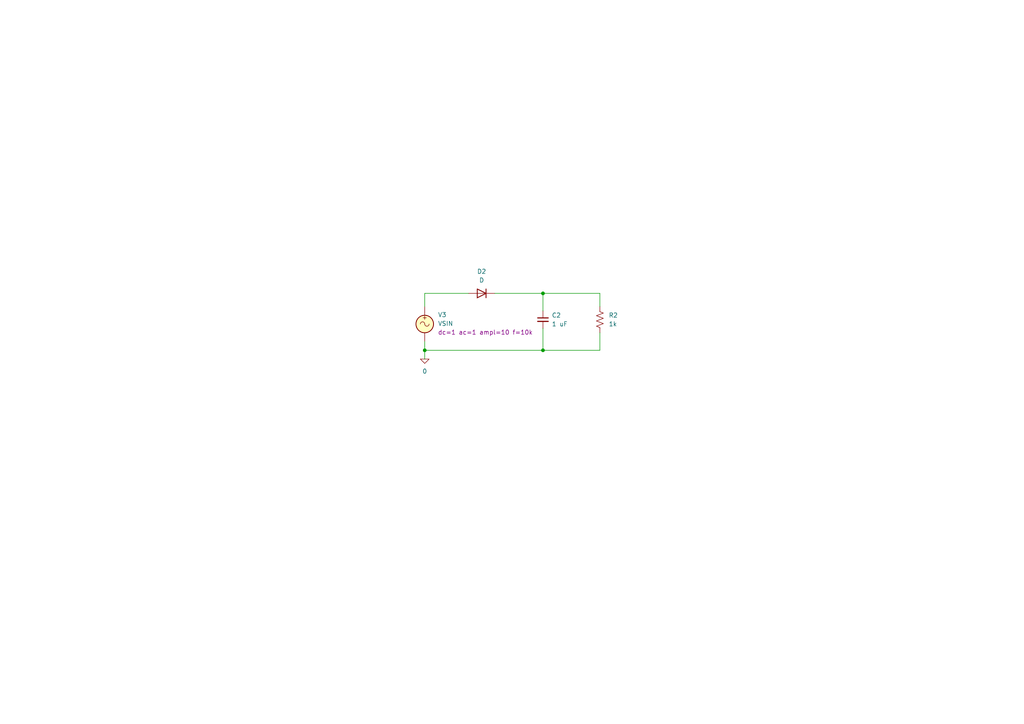
<source format=kicad_sch>
(kicad_sch (version 20250114) (generator "eeschema") (generator_version "9.0")
  (paper "A4")
  (lib_symbols
    (symbol "Device:C_Small" (pin_numbers (hide yes)) (pin_names (offset 0.254) (hide yes))
      (property "Reference" "C" (at 0.254 1.778 0))
      (property "Value" "C_Small" (at 0.254 -2.032 0))
      (symbol "C_Small_0_1"
        (polyline (pts (xy -1.524 0.508) (xy 1.524 0.508)) (stroke (width 0.3048)))
        (polyline (pts (xy -1.524 -0.508) (xy 1.524 -0.508)) (stroke (width 0.3302)))
      )
      (symbol "C_Small_1_1"
        (pin passive line (at 0 2.54 270) (length 2.032) (name "~") (number "1"))
        (pin passive line (at 0 -2.54 90) (length 2.032) (name "~") (number "2"))
      )
    )
    (symbol "Device:R_US" (pin_numbers (hide yes)) (pin_names (offset 0))
      (property "Reference" "R" (at 2.54 0 90))
      (property "Value" "R_US" (at -2.54 0 90))
      (symbol "R_US_0_1"
        (polyline (pts (xy 0 2.286) (xy 0 2.54)))
        (polyline (pts (xy 0 2.286) (xy 1.016 1.905) (xy 0 1.524) (xy -1.016 1.143) (xy 0 0.762)))
        (polyline (pts (xy 0 0.762) (xy 1.016 0.381) (xy 0 0) (xy -1.016 -0.381) (xy 0 -0.762)))
        (polyline (pts (xy 0 -0.762) (xy 1.016 -1.143) (xy 0 -1.524) (xy -1.016 -1.905) (xy 0 -2.286)))
        (polyline (pts (xy 0 -2.286) (xy 0 -2.54)))
      )
      (symbol "R_US_1_1"
        (pin passive line (at 0 3.81 270) (length 1.27) (name "~") (number "1"))
        (pin passive line (at 0 -3.81 90) (length 1.27) (name "~") (number "2"))
      )
    )
    (symbol "Simulation_SPICE:0" (power) (pin_numbers (hide yes)) (pin_names (offset 0) (hide yes))
      (property "Value" "0" (at 0 -2.54 0))
      (symbol "0_0_1"
        (polyline (pts (xy -1.27 0) (xy 0 -1.27) (xy 1.27 0) (xy -1.27 0)))
      )
      (symbol "0_1_1"
        (pin power_in line (at 0 0 0) (length 0) (name "~") (number "1"))
      )
    )
    (symbol "Simulation_SPICE:D" (pin_numbers (hide yes)) (pin_names (offset 1.016) (hide yes))
      (property "Reference" "D" (at 0 2.54 0))
      (property "Value" "D" (at 0 -2.54 0))
      (symbol "D_0_1"
        (polyline (pts (xy -1.27 1.27) (xy -1.27 -1.27)) (stroke (width 0.254)))
        (polyline (pts (xy 1.27 1.27) (xy 1.27 -1.27) (xy -1.27 0) (xy 1.27 1.27)) (stroke (width 0.254)))
        (polyline (pts (xy 1.27 0) (xy -1.27 0)))
      )
      (symbol "D_1_1"
        (pin passive line (at -3.81 0 0) (length 2.54) (name "K") (number "1"))
        (pin passive line (at 3.81 0 180) (length 2.54) (name "A") (number "2"))
      )
    )
    (symbol "Simulation_SPICE:VSIN" (pin_numbers (hide yes)) (pin_names (offset 0.0254))
      (property "Reference" "V" (at 2.54 2.54 0))
      (property "Value" "VSIN" (at 2.54 0 0))
      (property "Sim.Params" "dc=0 ampl=1 f=1k ac=1" (at 2.54 -2.54 0))
      (symbol "VSIN_0_0"
        (arc (start -1.27 0) (mid -0.635 0.6323) (end 0 0))
        (arc (start 1.27 0) (mid 0.635 -0.6323) (end 0 0))
        (text "+" (at 0 1.905 0) (effects (font (size 1.27 1.27))))
      )
      (symbol "VSIN_0_1"
        (circle (center 0 0) (radius 2.54) (stroke (width 0.254)) (fill (type background)))
      )
      (symbol "VSIN_1_1"
        (pin passive line (at 0 5.08 270) (length 2.54) (name "~") (number "1"))
        (pin passive line (at 0 -5.08 90) (length 2.54) (name "~") (number "2"))
      )
    )
  )
  (junction (at 123.19 101.6))
  (junction (at 157.48 85.09))
  (junction (at 157.48 101.6))
  (wire (pts (xy 157.48 101.6) (xy 173.99 101.6)))
  (wire (pts (xy 157.48 95.25) (xy 157.48 101.6)))
  (wire (pts (xy 135.89 85.09) (xy 123.19 85.09)))
  (wire (pts (xy 157.48 90.17) (xy 157.48 85.09)))
  (wire (pts (xy 173.99 101.6) (xy 173.99 96.52)))
  (wire (pts (xy 173.99 88.9) (xy 173.99 85.09)))
  (wire (pts (xy 123.19 101.6) (xy 157.48 101.6)))
  (wire (pts (xy 173.99 85.09) (xy 157.48 85.09)))
  (wire (pts (xy 123.19 99.06) (xy 123.19 101.6)))
  (wire (pts (xy 157.48 85.09) (xy 143.51 85.09)))
  (wire (pts (xy 123.19 101.6) (xy 123.19 104.14)))
  (wire (pts (xy 123.19 85.09) (xy 123.19 88.9)))
  (symbol (lib_id "Simulation_SPICE:0") (at 123.19 104.14 0) (unit 1)
    (property "Reference" "#GND02" (effects (hide yes)))
    (property "Value" "0" (at 123.19 107.696 0))
    (property "Datasheet" "https://ngspice.sourceforge.io/docs/ngspice-html-manual/manual.xhtml#subsec_Circuit_elements__device" (effects (hide yes)))
    (property "Description" "0V reference potential for simulation" (effects (hide yes)))
    (instances (project "spice-hello-world" (path "" (reference "#GND02") (unit 1)) (path "" (reference "#GND01") (unit 1))))
  )
  (symbol (lib_id "Device:C_Small") (at 157.48 92.71 0) (unit 1)
    (property "Reference" "C2" (at 160.02 91.4462 0) (effects (justify left)))
    (property "Value" "1 uF" (at 160.02 93.9862 0) (effects (justify left)))
    (property "Description" "Unpolarized capacitor, small symbol" (effects (hide yes)))
    (instances (project "spice-hello-world" (path "" (reference "C2") (unit 1)) (path "" (reference "C1") (unit 1))))
  )
  (symbol (lib_id "Simulation_SPICE:D") (at 139.7 85.09 180) (unit 1)
    (property "Reference" "D2" (at 139.7 78.74 0))
    (property "Value" "D" (at 139.7 81.28 0))
    (property "Datasheet" "https://ngspice.sourceforge.io/docs/ngspice-html-manual/manual.xhtml#cha_DIODEs" (effects (hide yes)))
    (property "Description" "Diode for simulation or PCB" (effects (hide yes)))
    (property "Sim.Device" "D" (effects (hide yes)))
    (property "Sim.Pins" "1=K 2=A" (effects (hide yes)))
    (property "Sim.Params" "rs=50m cjo=10p" (effects (hide yes)))
    (instances (project "spice-hello-world" (path "" (reference "D2") (unit 1)) (path "" (reference "D1") (unit 1))))
  )
  (symbol (lib_id "Simulation_SPICE:VSIN") (at 123.19 93.98 0) (unit 1)
    (property "Reference" "V3" (at 127 91.3101 0) (effects (justify left)))
    (property "Value" "VSIN" (at 127 93.8501 0) (effects (justify left)))
    (property "Datasheet" "https://ngspice.sourceforge.io/docs/ngspice-html-manual/manual.xhtml#sec_Independent_Sources_for" (effects (hide yes)))
    (property "Description" "Voltage source, sinusoidal" (effects (hide yes)))
    (property "Sim.Pins" "1=+ 2=-" (effects (hide yes)))
    (property "Sim.Params" "dc=1 ac=1 ampl=10 f=10k" (at 127 96.3901 0) (effects (justify left)))
    (property "Sim.Type" "SIN" (effects (hide yes)))
    (property "Sim.Device" "V" (effects (hide yes)))
    (instances (project "spice-hello-world" (path "" (reference "V3") (unit 1)) (path "" (reference "V2") (unit 1))))
  )
  (symbol (lib_id "Device:R_US") (at 173.99 92.71 0) (unit 1)
    (property "Reference" "R2" (at 176.53 91.4399 0) (effects (justify left)))
    (property "Value" "1k" (at 176.53 93.9799 0) (effects (justify left)))
    (property "Description" "Resistor, US symbol" (effects (hide yes)))
    (instances (project "spice-hello-world" (path "" (reference "R2") (unit 1)) (path "" (reference "R1") (unit 1))))
  )
)
</source>
